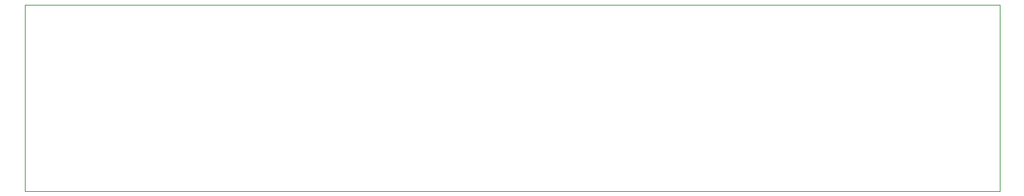
<source format=gbr>
%TF.GenerationSoftware,KiCad,Pcbnew,(5.1.6)-1*%
%TF.CreationDate,2022-03-29T13:18:27-05:00*%
%TF.ProjectId,edge_connector,65646765-5f63-46f6-9e6e-6563746f722e,rev?*%
%TF.SameCoordinates,Original*%
%TF.FileFunction,Profile,NP*%
%FSLAX46Y46*%
G04 Gerber Fmt 4.6, Leading zero omitted, Abs format (unit mm)*
G04 Created by KiCad (PCBNEW (5.1.6)-1) date 2022-03-29 13:18:27*
%MOMM*%
%LPD*%
G01*
G04 APERTURE LIST*
%TA.AperFunction,Profile*%
%ADD10C,0.050000*%
%TD*%
G04 APERTURE END LIST*
D10*
X119380000Y22860000D02*
X0Y22860000D01*
X119380000Y0D02*
X119380000Y22860000D01*
X0Y0D02*
X119380000Y0D01*
X0Y22860000D02*
X0Y0D01*
M02*

</source>
